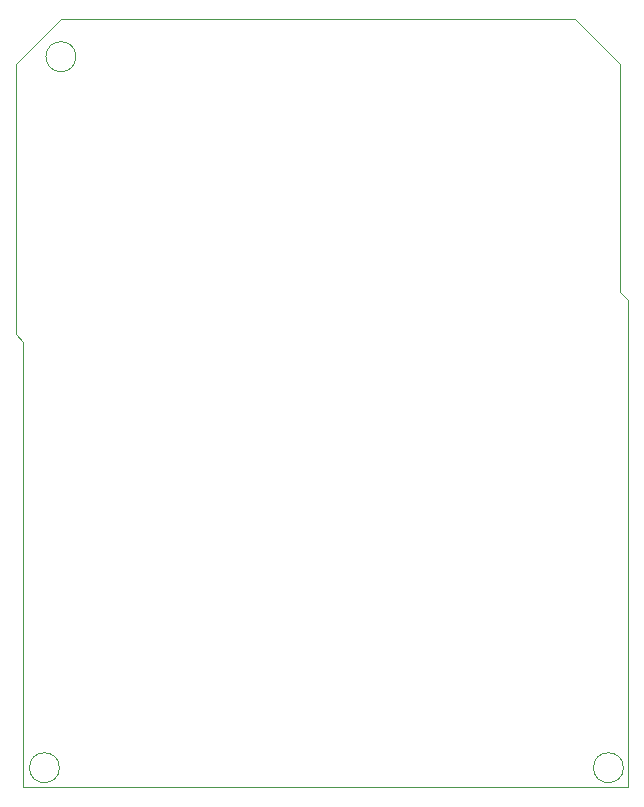
<source format=gbr>
%TF.GenerationSoftware,KiCad,Pcbnew,(6.0.9)*%
%TF.CreationDate,2023-01-02T17:12:58+02:00*%
%TF.ProjectId,ESP32_LEDCONTROLLER,45535033-325f-44c4-9544-434f4e54524f,rev?*%
%TF.SameCoordinates,Original*%
%TF.FileFunction,Profile,NP*%
%FSLAX46Y46*%
G04 Gerber Fmt 4.6, Leading zero omitted, Abs format (unit mm)*
G04 Created by KiCad (PCBNEW (6.0.9)) date 2023-01-02 17:12:58*
%MOMM*%
%LPD*%
G01*
G04 APERTURE LIST*
%TA.AperFunction,Profile*%
%ADD10C,0.100000*%
%TD*%
G04 APERTURE END LIST*
D10*
X94488000Y-153543000D02*
G75*
G03*
X94488000Y-153543000I-1270000J0D01*
G01*
X95885000Y-93345000D02*
G75*
G03*
X95885000Y-93345000I-1270000J0D01*
G01*
X142240000Y-153543000D02*
G75*
G03*
X142240000Y-153543000I-1270000J0D01*
G01*
X141986000Y-93980000D02*
X141986000Y-113284000D01*
X142621000Y-113919000D01*
X142621000Y-155194000D01*
X91440000Y-155194000D01*
X91440000Y-117475000D01*
X90805000Y-116840000D01*
X90805000Y-93980000D01*
X94615000Y-90170000D01*
X138176000Y-90170000D01*
X141986000Y-93980000D01*
M02*

</source>
